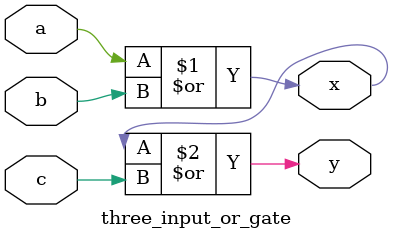
<source format=v>
`timescale 1ns / 1ps

/*
Company: Sogang University
Engineer: G_EEE3
Create Date: 2021/09/16 15:45:09
Module Name: three_input_or_gate
*/

module three_input_or_gate(
    input a, b, c,
    output x, y
);

assign x = a | b;
assign y = x | c;

endmodule
</source>
